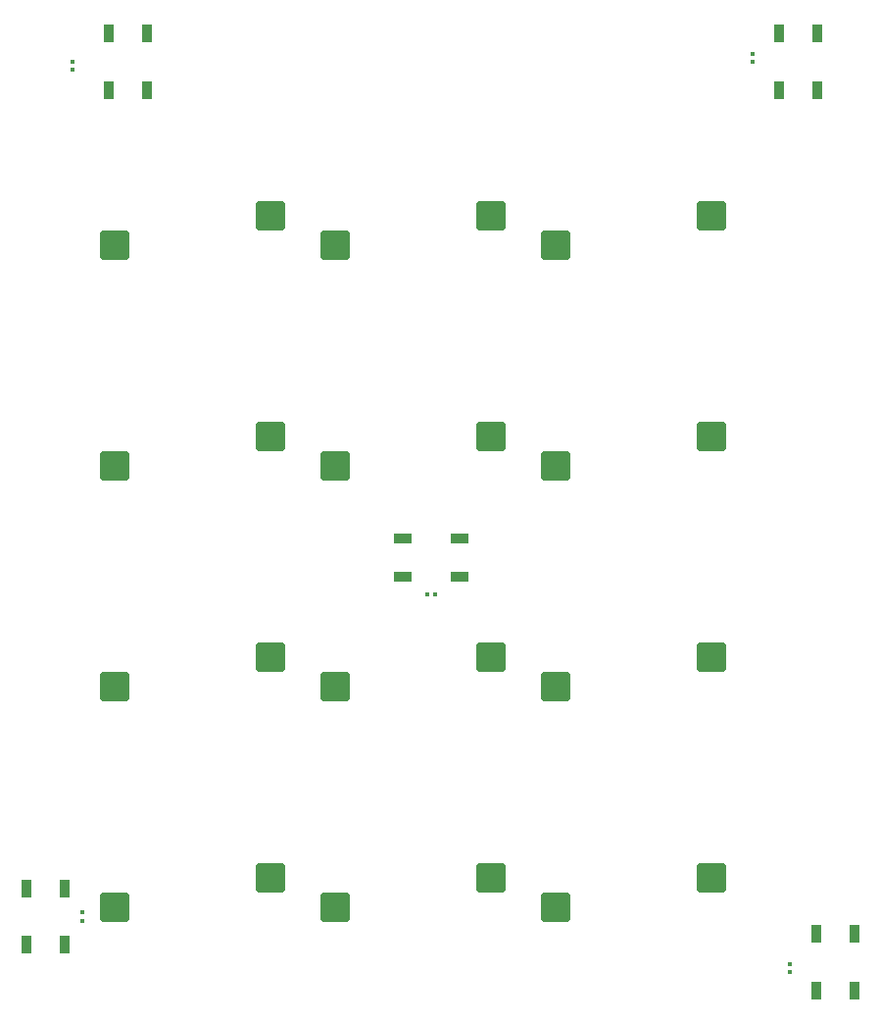
<source format=gbp>
G04 #@! TF.GenerationSoftware,KiCad,Pcbnew,7.0.5*
G04 #@! TF.CreationDate,2023-07-12T22:01:21-07:00*
G04 #@! TF.ProjectId,Custom_KeyPad,43757374-6f6d-45f4-9b65-795061642e6b,rev?*
G04 #@! TF.SameCoordinates,Original*
G04 #@! TF.FileFunction,Paste,Bot*
G04 #@! TF.FilePolarity,Positive*
%FSLAX46Y46*%
G04 Gerber Fmt 4.6, Leading zero omitted, Abs format (unit mm)*
G04 Created by KiCad (PCBNEW 7.0.5) date 2023-07-12 22:01:21*
%MOMM*%
%LPD*%
G01*
G04 APERTURE LIST*
G04 Aperture macros list*
%AMRoundRect*
0 Rectangle with rounded corners*
0 $1 Rounding radius*
0 $2 $3 $4 $5 $6 $7 $8 $9 X,Y pos of 4 corners*
0 Add a 4 corners polygon primitive as box body*
4,1,4,$2,$3,$4,$5,$6,$7,$8,$9,$2,$3,0*
0 Add four circle primitives for the rounded corners*
1,1,$1+$1,$2,$3*
1,1,$1+$1,$4,$5*
1,1,$1+$1,$6,$7*
1,1,$1+$1,$8,$9*
0 Add four rect primitives between the rounded corners*
20,1,$1+$1,$2,$3,$4,$5,0*
20,1,$1+$1,$4,$5,$6,$7,0*
20,1,$1+$1,$6,$7,$8,$9,0*
20,1,$1+$1,$8,$9,$2,$3,0*%
G04 Aperture macros list end*
%ADD10RoundRect,0.250000X1.025000X1.000000X-1.025000X1.000000X-1.025000X-1.000000X1.025000X-1.000000X0*%
%ADD11R,1.500000X0.900000*%
%ADD12R,0.900000X1.500000*%
%ADD13RoundRect,0.079500X0.079500X0.100500X-0.079500X0.100500X-0.079500X-0.100500X0.079500X-0.100500X0*%
%ADD14RoundRect,0.079500X-0.100500X0.079500X-0.100500X-0.079500X0.100500X-0.079500X0.100500X0.079500X0*%
G04 APERTURE END LIST*
D10*
X146425000Y-127635000D03*
X132975000Y-130175000D03*
X165475000Y-127635000D03*
X152025000Y-130175000D03*
X184525000Y-127635000D03*
X171075000Y-130175000D03*
X146425000Y-108585000D03*
X132975000Y-111125000D03*
X165475000Y-108585000D03*
X152025000Y-111125000D03*
X184525000Y-108585000D03*
X171075000Y-111125000D03*
X146425000Y-89535000D03*
X132975000Y-92075000D03*
X165475000Y-89535000D03*
X152025000Y-92075000D03*
X184525000Y-89535000D03*
X171075000Y-92075000D03*
X146425000Y-70485000D03*
X132975000Y-73025000D03*
X152025000Y-73025000D03*
X165475000Y-70485000D03*
X184525000Y-70485000D03*
X171075000Y-73025000D03*
D11*
X157887500Y-98362500D03*
X157887500Y-101662500D03*
X162787500Y-101662500D03*
X162787500Y-98362500D03*
D12*
X125350000Y-133418750D03*
X128650000Y-133418750D03*
X128650000Y-128518750D03*
X125350000Y-128518750D03*
X193612500Y-132487500D03*
X196912500Y-132487500D03*
X196912500Y-137387500D03*
X193612500Y-137387500D03*
X190437500Y-59600000D03*
X193737500Y-59600000D03*
X193737500Y-54700000D03*
X190437500Y-54700000D03*
X132493750Y-59600000D03*
X135793750Y-59600000D03*
X135793750Y-54700000D03*
X132493750Y-54700000D03*
D13*
X159992500Y-103187500D03*
X160682500Y-103187500D03*
D14*
X130175000Y-130623750D03*
X130175000Y-131313750D03*
X191293750Y-135066250D03*
X191293750Y-135756250D03*
X188118750Y-56485000D03*
X188118750Y-57175000D03*
X129381250Y-57150000D03*
X129381250Y-57840000D03*
M02*

</source>
